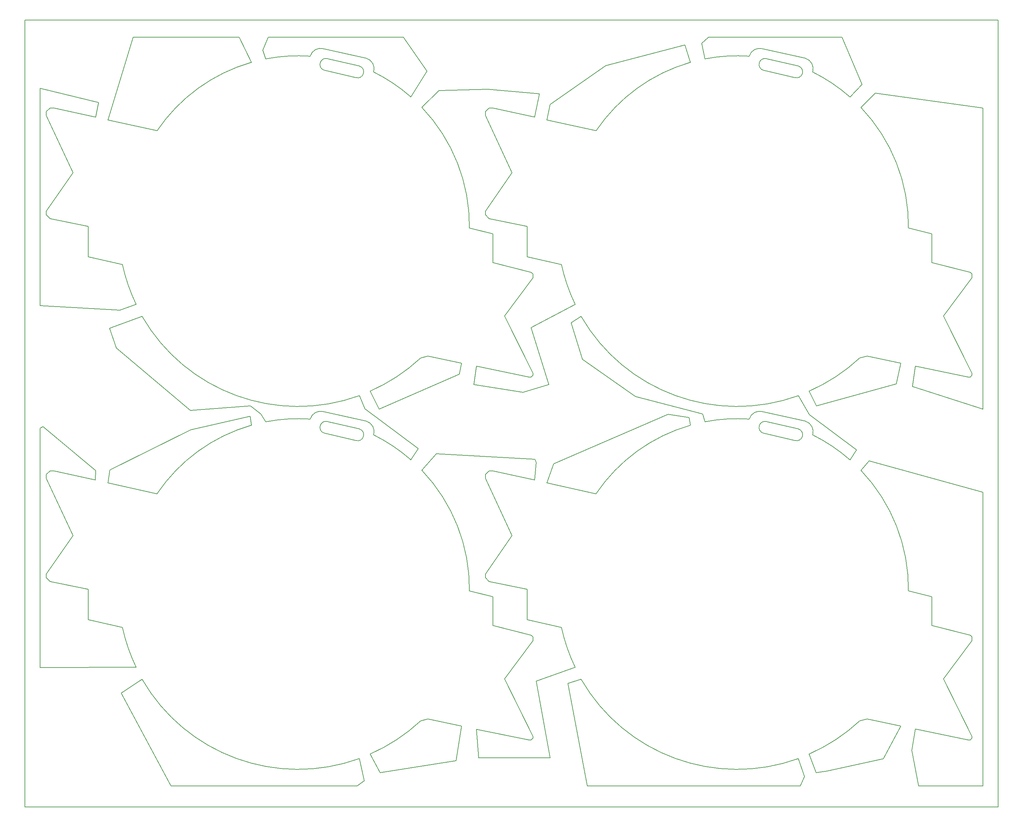
<source format=gbr>
G04 #@! TF.GenerationSoftware,KiCad,Pcbnew,(5.0.0-rc2-100-g6d77e594b)*
G04 #@! TF.CreationDate,2018-09-14T16:14:06+02:00*
G04 #@! TF.ProjectId,BruCON_0x0a,427275434F4E5F307830612E6B696361,rev?*
G04 #@! TF.SameCoordinates,Original*
G04 #@! TF.FileFunction,Profile,NP*
%FSLAX46Y46*%
G04 Gerber Fmt 4.6, Leading zero omitted, Abs format (unit mm)*
G04 Created by KiCad (PCBNEW (5.0.0-rc2-100-g6d77e594b)) date Fri Sep 14 16:14:06 2018*
%MOMM*%
%LPD*%
G01*
G04 APERTURE LIST*
%ADD10C,0.200000*%
G04 APERTURE END LIST*
D10*
X61850000Y-103100000D02*
X59100000Y-101050000D01*
X168550000Y-103250000D02*
X174050000Y-104100000D01*
X137650000Y-22100000D02*
X152150000Y-11950000D01*
X4800000Y-106450000D02*
X4000000Y-106900000D01*
X18550000Y-117950000D02*
X4800000Y-106450000D01*
X18500000Y-120450000D02*
X18550000Y-117950000D01*
X24000000Y-85850000D02*
X22250000Y-80700000D01*
X43350000Y-102200000D02*
X24000000Y-85850000D01*
X59050000Y-101050000D02*
X43350000Y-102200000D01*
X63135888Y-105180148D02*
X61850000Y-103100000D01*
X59050000Y-103700000D02*
X59376046Y-106075747D01*
X43500000Y-107250000D02*
X59050000Y-103700000D01*
X22300000Y-117800000D02*
X43500000Y-107250000D01*
X21800000Y-121200000D02*
X22300000Y-117800000D01*
X24950000Y-75950000D02*
X29192280Y-74462186D01*
X30750000Y-77600000D02*
X22250000Y-80700000D01*
X4000000Y-74800000D02*
X24950000Y-75950000D01*
X29192796Y-169462186D02*
X4000000Y-169550000D01*
X25300000Y-176200000D02*
X30750000Y-172600000D01*
X38350000Y-200500000D02*
X25300000Y-176200000D01*
X88950000Y-199150000D02*
X87650000Y-193350000D01*
X87100000Y-200500000D02*
X88950000Y-199150000D01*
X93100000Y-197050000D02*
X90450000Y-192150000D01*
X113000000Y-193900000D02*
X93100000Y-197050000D01*
X114450000Y-184850000D02*
X113000000Y-193900000D01*
X118900000Y-193100000D02*
X118300000Y-185650000D01*
X147350000Y-200500000D02*
X203150000Y-200500000D01*
X137600000Y-193100000D02*
X118850000Y-193100000D01*
X134000000Y-173100000D02*
X137600000Y-193100000D01*
X144200000Y-169450000D02*
X134000000Y-173100000D01*
X142250000Y-173650000D02*
X147350000Y-200500000D01*
X145750000Y-172600000D02*
X142250000Y-173650000D01*
X204250000Y-198050000D02*
X203150000Y-200500000D01*
X202650000Y-193350000D02*
X204250000Y-198050000D01*
X207300000Y-197000000D02*
X205457510Y-192161210D01*
X210200000Y-196600000D02*
X207300000Y-197000000D01*
X224900000Y-193400000D02*
X210200000Y-196600000D01*
X229450000Y-184850000D02*
X224900000Y-193400000D01*
X232350000Y-191200000D02*
X233300000Y-185600000D01*
X234150000Y-200500000D02*
X232350000Y-191200000D01*
X221150000Y-115400000D02*
X251000000Y-123650000D01*
X219030362Y-117883092D02*
X221150000Y-115400000D01*
X217900000Y-112550000D02*
X216154238Y-115139205D01*
X205550000Y-103300000D02*
X217900000Y-112550000D01*
X202629041Y-98348040D02*
X205550000Y-103300000D01*
X207350000Y-101050000D02*
X205457510Y-97161210D01*
X228300000Y-95300000D02*
X207350000Y-101050000D01*
X229450000Y-89850000D02*
X228300000Y-95300000D01*
X232550000Y-95900000D02*
X233300000Y-90600000D01*
X251000000Y-101900000D02*
X232550000Y-95900000D01*
X222800000Y-19150000D02*
X251000000Y-23000000D01*
X219030362Y-22883093D02*
X222800000Y-19150000D01*
X219300000Y-16850000D02*
X216154238Y-20139205D01*
X214050000Y-4500000D02*
X219300000Y-16850000D01*
X177350000Y-6100000D02*
X178135880Y-10180148D01*
X179100000Y-4500000D02*
X177350000Y-6100000D01*
X172950000Y-6550000D02*
X174376046Y-11075747D01*
X152150000Y-11950000D02*
X172950000Y-6550000D01*
X136800000Y-26200000D02*
X137650000Y-22100000D01*
X108500000Y-18500000D02*
X104030362Y-22883093D01*
X121300000Y-18150000D02*
X108500000Y-18500000D01*
X134800000Y-19350000D02*
X121300000Y-18150000D01*
X133550000Y-25400000D02*
X134800000Y-19350000D01*
X105400000Y-13400000D02*
X101154238Y-20139205D01*
X99200000Y-4500000D02*
X105400000Y-13400000D01*
X62350000Y-7900000D02*
X63135880Y-10180148D01*
X63800000Y-4500000D02*
X62350000Y-7900000D01*
X56200000Y-4500000D02*
X59376046Y-11075747D01*
X21800000Y-26200000D02*
X28400000Y-4500000D01*
X19350000Y-21600000D02*
X4000000Y-17850000D01*
X18550000Y-25400000D02*
X19350000Y-21600000D01*
X117600000Y-95450000D02*
X118300000Y-90650000D01*
X130550000Y-97500000D02*
X117600000Y-95450000D01*
X137300000Y-95400000D02*
X130550000Y-97500000D01*
X132650000Y-80550000D02*
X137300000Y-95400000D01*
X144200000Y-74450000D02*
X132650000Y-80550000D01*
X143150000Y-79250000D02*
X145750000Y-77600000D01*
X146100000Y-88800000D02*
X143150000Y-79250000D01*
X159950000Y-98550000D02*
X146100000Y-88800000D01*
X177600000Y-103100000D02*
X159950000Y-98550000D01*
X178150000Y-105200000D02*
X177600000Y-103100000D01*
X174050000Y-104100000D02*
X174400000Y-106050000D01*
X138550000Y-116150000D02*
X168550000Y-103250000D01*
X136800000Y-121200000D02*
X138550000Y-116150000D01*
X133950000Y-115850000D02*
X133550000Y-120400000D01*
X133650000Y-114950000D02*
X133950000Y-115850000D01*
X107850000Y-113550000D02*
X133650000Y-114950000D01*
X104050000Y-117900000D02*
X107850000Y-113550000D01*
X103100000Y-112200000D02*
X101150000Y-115150000D01*
X89150000Y-101800000D02*
X103100000Y-112200000D01*
X87650000Y-98350000D02*
X89150000Y-101800000D01*
X92800000Y-101900000D02*
X90450000Y-97150000D01*
X113850000Y-92750000D02*
X92800000Y-101900000D01*
X114450000Y-89850000D02*
X113850000Y-92750000D01*
X4000000Y-106900000D02*
X4000000Y-169550000D01*
X38350000Y-200500000D02*
X87100000Y-200500000D01*
X234150000Y-200500000D02*
X251000000Y-200500000D01*
X251000000Y-123650000D02*
X251000000Y-200500000D01*
X251000000Y-23000000D02*
X251000000Y-101900000D01*
X179100000Y-4500000D02*
X214050000Y-4500000D01*
X63800000Y-4500000D02*
X99200000Y-4500000D01*
X127650000Y-135010000D02*
X120650000Y-120010000D01*
X12650000Y-135010000D02*
X5650000Y-120010000D01*
X127650000Y-40010000D02*
X120650000Y-25010000D01*
X202629041Y-193348040D02*
G75*
G02X145750000Y-172600000I-16041683J44361669D01*
G01*
X87629041Y-193348040D02*
G75*
G02X30750000Y-172600000I-16041683J44361669D01*
G01*
X202629041Y-98348040D02*
G75*
G02X145750000Y-77600000I-16041683J44361669D01*
G01*
X120650000Y-145010000D02*
X127650000Y-135010000D01*
X5650000Y-145010000D02*
X12650000Y-135010000D01*
X120650000Y-50010000D02*
X127650000Y-40010000D01*
X131650000Y-149010000D02*
X121650000Y-147010000D01*
X16650000Y-149010000D02*
X6650000Y-147010000D01*
X131650000Y-54010000D02*
X121650000Y-52010000D01*
X136800000Y-121200000D02*
X149650000Y-124010000D01*
X21800000Y-121200000D02*
X34650000Y-124010000D01*
X136800000Y-26200000D02*
X149650000Y-29010000D01*
X247650000Y-161010000D02*
X237650000Y-158510000D01*
X132650000Y-161010000D02*
X122650000Y-158510000D01*
X247650000Y-66010000D02*
X237650000Y-63510000D01*
X219030362Y-117883093D02*
G75*
G02X231480000Y-149490000I-32500362J-31056907D01*
G01*
X104030362Y-117883093D02*
G75*
G02X116480000Y-149490000I-32500362J-31056907D01*
G01*
X219030362Y-22883093D02*
G75*
G02X231480000Y-54490000I-32500362J-31056907D01*
G01*
X202670000Y-107050000D02*
X194420000Y-105140000D01*
X87670000Y-107050000D02*
X79420000Y-105140000D01*
X202670000Y-12050000D02*
X194420000Y-10140000D01*
X247150000Y-188510000D02*
X247650000Y-188510000D01*
X132150000Y-188510000D02*
X132650000Y-188510000D01*
X247150000Y-93510000D02*
X247650000Y-93510000D01*
X237650000Y-158510000D02*
X237650000Y-151010000D01*
X122650000Y-158510000D02*
X122650000Y-151010000D01*
X237650000Y-63510000D02*
X237650000Y-56010000D01*
X247650000Y-188510000D02*
X248150000Y-188010000D01*
X132650000Y-188510000D02*
X133150000Y-188010000D01*
X247650000Y-93510000D02*
X248150000Y-93010000D01*
X206400000Y-108610000D02*
G75*
G03X204480000Y-105010000I-2760000J840000D01*
G01*
X91400000Y-108610000D02*
G75*
G03X89480000Y-105010000I-2760000J840000D01*
G01*
X206400000Y-13610000D02*
G75*
G03X204480000Y-10010000I-2760000J840000D01*
G01*
X248150000Y-161510000D02*
X247650000Y-161010000D01*
X133150000Y-161510000D02*
X132650000Y-161010000D01*
X248150000Y-66510000D02*
X247650000Y-66010000D01*
X120650000Y-119010000D02*
X121650000Y-118010000D01*
X5650000Y-119010000D02*
X6650000Y-118010000D01*
X120650000Y-24010000D02*
X121650000Y-23010000D01*
X174376046Y-106075747D02*
G75*
G03X149650000Y-124010000I12273954J-42934253D01*
G01*
X59376046Y-106075747D02*
G75*
G03X34650000Y-124010000I12273954J-42934253D01*
G01*
X174376046Y-11075747D02*
G75*
G03X149650000Y-29010000I12273954J-42934253D01*
G01*
X248150000Y-162510000D02*
X248150000Y-162010000D01*
X133150000Y-162510000D02*
X133150000Y-162010000D01*
X248150000Y-67510000D02*
X248150000Y-67010000D01*
X194390000Y-105130000D02*
G75*
G03X193450000Y-108150000I-470000J-1510000D01*
G01*
X79390000Y-105130000D02*
G75*
G03X78450000Y-108150000I-470000J-1510000D01*
G01*
X194390000Y-10130000D02*
G75*
G03X193450000Y-13150000I-470000J-1510000D01*
G01*
X131650000Y-157010000D02*
X131650000Y-149010000D01*
X16650000Y-157010000D02*
X16650000Y-149010000D01*
X131650000Y-62010000D02*
X131650000Y-54010000D01*
X220650000Y-183010000D02*
X229450000Y-184850000D01*
X105650000Y-183010000D02*
X114450000Y-184850000D01*
X220650000Y-88010000D02*
X229450000Y-89850000D01*
X144192796Y-169462186D02*
G75*
G02X140587359Y-159000000I42394562J20462185D01*
G01*
X29192796Y-169462186D02*
G75*
G02X25587359Y-159000000I42394562J20462185D01*
G01*
X144192796Y-74462186D02*
G75*
G02X140587359Y-64000000I42394562J20462185D01*
G01*
X216154238Y-115139205D02*
G75*
G03X206400000Y-108610000I-29674238J-33780795D01*
G01*
X101154238Y-115139205D02*
G75*
G03X91400000Y-108610000I-29674238J-33780795D01*
G01*
X216154238Y-20139205D02*
G75*
G03X206400000Y-13610000I-29674238J-33780795D01*
G01*
X193364731Y-102527379D02*
G75*
G03X189770000Y-104470000I-834731J-2752621D01*
G01*
X78364731Y-102527379D02*
G75*
G03X74770000Y-104470000I-834731J-2752621D01*
G01*
X193364731Y-7527379D02*
G75*
G03X189770000Y-9470000I-834731J-2752621D01*
G01*
X202660000Y-107050000D02*
G75*
G02X201720000Y-110070000I-470000J-1510000D01*
G01*
X87660000Y-107050000D02*
G75*
G02X86720000Y-110070000I-470000J-1510000D01*
G01*
X202660000Y-12050000D02*
G75*
G02X201720000Y-15070000I-470000J-1510000D01*
G01*
X122650000Y-118010000D02*
X133532588Y-120428352D01*
X7650000Y-118010000D02*
X18500000Y-120450000D01*
X122650000Y-23010000D02*
X133532588Y-25428352D01*
X178135888Y-105180149D02*
G75*
G02X189770000Y-104470000I8514112J-43829851D01*
G01*
X63135888Y-105180149D02*
G75*
G02X74770000Y-104470000I8514112J-43829851D01*
G01*
X178135888Y-10180149D02*
G75*
G02X189770000Y-9470000I8514112J-43829851D01*
G01*
X120650000Y-120010000D02*
X120650000Y-119010000D01*
X5650000Y-120010000D02*
X5650000Y-119010000D01*
X120650000Y-25010000D02*
X120650000Y-24010000D01*
X201720000Y-110070000D02*
X193450000Y-108150000D01*
X86720000Y-110070000D02*
X78450000Y-108150000D01*
X201720000Y-15070000D02*
X193450000Y-13150000D01*
X121650000Y-118010000D02*
X122650000Y-118010000D01*
X6650000Y-118010000D02*
X7650000Y-118010000D01*
X121650000Y-23010000D02*
X122650000Y-23010000D01*
X120650000Y-146010000D02*
X120650000Y-145010000D01*
X5650000Y-146010000D02*
X5650000Y-145010000D01*
X120650000Y-51010000D02*
X120650000Y-50010000D01*
X248150000Y-187510000D02*
X240650000Y-172510000D01*
X133150000Y-187510000D02*
X125650000Y-172510000D01*
X248150000Y-92510000D02*
X240650000Y-77510000D01*
X204480000Y-105010000D02*
X193364731Y-102527379D01*
X89480000Y-105010000D02*
X78364731Y-102527379D01*
X204480000Y-10010000D02*
X193364731Y-7527379D01*
X233282993Y-185631941D02*
X247150000Y-188510000D01*
X118300000Y-185650000D02*
X132150000Y-188510000D01*
X233282993Y-90631941D02*
X247150000Y-93510000D01*
X237650000Y-151010000D02*
X231480000Y-149490000D01*
X122650000Y-151010000D02*
X116480000Y-149490000D01*
X237650000Y-56010000D02*
X231480000Y-54490000D01*
X140587359Y-158986370D02*
X131650000Y-157010000D01*
X25587359Y-158986370D02*
X16650000Y-157010000D01*
X140587359Y-63986370D02*
X131650000Y-62010000D01*
X248150000Y-162010000D02*
X248150000Y-161510000D01*
X133150000Y-162010000D02*
X133150000Y-161510000D01*
X248150000Y-67010000D02*
X248150000Y-66510000D01*
X248150000Y-188010000D02*
X248150000Y-187510000D01*
X133150000Y-188010000D02*
X133150000Y-187510000D01*
X248150000Y-93010000D02*
X248150000Y-92510000D01*
X240650000Y-172510000D02*
X248150000Y-162510000D01*
X125650000Y-172510000D02*
X133150000Y-162510000D01*
X240650000Y-77510000D02*
X248150000Y-67510000D01*
X205457510Y-192161210D02*
G75*
G03X218662642Y-183520000I-18807510J43151210D01*
G01*
X90457510Y-192161210D02*
G75*
G03X103662642Y-183520000I-18807510J43151210D01*
G01*
X205457510Y-97161210D02*
G75*
G03X218662642Y-88520000I-18807510J43151210D01*
G01*
X121650000Y-147010000D02*
X120650000Y-146010000D01*
X6650000Y-147010000D02*
X5650000Y-146010000D01*
X121650000Y-52010000D02*
X120650000Y-51010000D01*
X218662642Y-183520000D02*
X220650000Y-183010000D01*
X103662642Y-183520000D02*
X105650000Y-183010000D01*
X218662642Y-88520000D02*
X220650000Y-88010000D01*
X29192796Y-74462186D02*
G75*
G02X25587359Y-64000000I42394562J20462185D01*
G01*
X87629041Y-98348040D02*
G75*
G02X30750000Y-77600000I-16041683J44361669D01*
G01*
X28400000Y-4500000D02*
X56200000Y-4500000D01*
X4000000Y-17850000D02*
X4000000Y-74800000D01*
X118282993Y-90631941D02*
X132150000Y-93510000D01*
X21800000Y-26200000D02*
X34650000Y-29010000D01*
X101154238Y-20139205D02*
G75*
G03X91400000Y-13610000I-29674238J-33780795D01*
G01*
X63135888Y-10180149D02*
G75*
G02X74770000Y-9470000I8514112J-43829851D01*
G01*
X255000000Y0D02*
X255000000Y-206000000D01*
X0Y-206000000D02*
X255000000Y-206000000D01*
X0Y0D02*
X0Y-206000000D01*
X0Y0D02*
X255000000Y0D01*
X132650000Y-66010000D02*
X122650000Y-63510000D01*
X78364731Y-7527379D02*
G75*
G03X74770000Y-9470000I-834731J-2752621D01*
G01*
X133150000Y-67010000D02*
X133150000Y-66510000D01*
X133150000Y-93010000D02*
X133150000Y-92510000D01*
X59376046Y-11075747D02*
G75*
G03X34650000Y-29010000I12273954J-42934253D01*
G01*
X79390000Y-10130000D02*
G75*
G03X78450000Y-13150000I-470000J-1510000D01*
G01*
X133150000Y-92510000D02*
X125650000Y-77510000D01*
X132650000Y-93510000D02*
X133150000Y-93010000D01*
X104030362Y-22883093D02*
G75*
G02X116480000Y-54490000I-32500362J-31056907D01*
G01*
X25587359Y-63986370D02*
X16650000Y-62010000D01*
X133150000Y-66510000D02*
X132650000Y-66010000D01*
X5650000Y-24010000D02*
X6650000Y-23010000D01*
X6650000Y-52010000D02*
X5650000Y-51010000D01*
X5650000Y-50010000D02*
X12650000Y-40010000D01*
X86720000Y-15070000D02*
X78450000Y-13150000D01*
X122650000Y-63510000D02*
X122650000Y-56010000D01*
X87670000Y-12050000D02*
X79420000Y-10140000D01*
X5650000Y-51010000D02*
X5650000Y-50010000D01*
X90457510Y-97161210D02*
G75*
G03X103662642Y-88520000I-18807510J43151210D01*
G01*
X12650000Y-40010000D02*
X5650000Y-25010000D01*
X103662642Y-88520000D02*
X105650000Y-88010000D01*
X89480000Y-10010000D02*
X78364731Y-7527379D01*
X5650000Y-25010000D02*
X5650000Y-24010000D01*
X105650000Y-88010000D02*
X114450000Y-89850000D01*
X16650000Y-62010000D02*
X16650000Y-54010000D01*
X16650000Y-54010000D02*
X6650000Y-52010000D01*
X91400000Y-13610000D02*
G75*
G03X89480000Y-10010000I-2760000J840000D01*
G01*
X132150000Y-93510000D02*
X132650000Y-93510000D01*
X87660000Y-12050000D02*
G75*
G02X86720000Y-15070000I-470000J-1510000D01*
G01*
X133150000Y-67510000D02*
X133150000Y-67010000D01*
X122650000Y-56010000D02*
X116480000Y-54490000D01*
X6650000Y-23010000D02*
X7650000Y-23010000D01*
X125650000Y-77510000D02*
X133150000Y-67510000D01*
X7650000Y-23010000D02*
X18532588Y-25428352D01*
M02*

</source>
